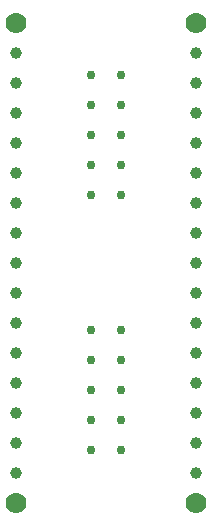
<source format=gbr>
%TF.GenerationSoftware,KiCad,Pcbnew,(5.1.5)-3*%
%TF.CreationDate,2020-04-07T10:53:58-04:00*%
%TF.ProjectId,Nano_Adapter,4e616e6f-5f41-4646-9170-7465722e6b69,rev?*%
%TF.SameCoordinates,Original*%
%TF.FileFunction,Plated,1,2,PTH,Drill*%
%TF.FilePolarity,Positive*%
%FSLAX46Y46*%
G04 Gerber Fmt 4.6, Leading zero omitted, Abs format (unit mm)*
G04 Created by KiCad (PCBNEW (5.1.5)-3) date 2020-04-07 10:53:58*
%MOMM*%
%LPD*%
G04 APERTURE LIST*
%TA.AperFunction,ComponentDrill*%
%ADD10C,0.762000*%
%TD*%
%TA.AperFunction,ComponentDrill*%
%ADD11C,1.000000*%
%TD*%
%TA.AperFunction,ComponentDrill*%
%ADD12C,1.778000*%
%TD*%
G04 APERTURE END LIST*
D10*
%TO.C,J2*%
X145796000Y-94742000D03*
X145796000Y-97282000D03*
X145796000Y-99822000D03*
X145796000Y-102362000D03*
X145796000Y-104902000D03*
X148336000Y-94742000D03*
X148336000Y-97282000D03*
X148336000Y-99822000D03*
X148336000Y-102362000D03*
X148336000Y-104902000D03*
%TO.C,J1*%
X145796000Y-73152000D03*
X145796000Y-75692000D03*
X145796000Y-78232000D03*
X145796000Y-80772000D03*
X145796000Y-83312000D03*
X148336000Y-73152000D03*
X148336000Y-75692000D03*
X148336000Y-78232000D03*
X148336000Y-80772000D03*
X148336000Y-83312000D03*
D11*
%TO.C,P1*%
X139446000Y-71247000D03*
X139446000Y-73787000D03*
X139446000Y-76327000D03*
X139446000Y-78867000D03*
X139446000Y-81407000D03*
X139446000Y-83947000D03*
X139446000Y-86487000D03*
X139446000Y-89027000D03*
X139446000Y-91567000D03*
X139446000Y-94107000D03*
X139446000Y-96647000D03*
X139446000Y-99187000D03*
X139446000Y-101727000D03*
X139446000Y-104267000D03*
X139446000Y-106807000D03*
%TO.C,P2*%
X154686000Y-71247000D03*
X154686000Y-73787000D03*
X154686000Y-76327000D03*
X154686000Y-78867000D03*
X154686000Y-81407000D03*
X154686000Y-83947000D03*
X154686000Y-86487000D03*
X154686000Y-89027000D03*
X154686000Y-91567000D03*
X154686000Y-94107000D03*
X154686000Y-96647000D03*
X154686000Y-99187000D03*
X154686000Y-101727000D03*
X154686000Y-104267000D03*
X154686000Y-106807000D03*
D12*
%TO.C,P4*%
X139446000Y-109347000D03*
%TO.C,P3*%
X139446000Y-68707000D03*
%TO.C,P5*%
X154686000Y-109347000D03*
%TO.C,P6*%
X154686000Y-68707000D03*
M02*

</source>
